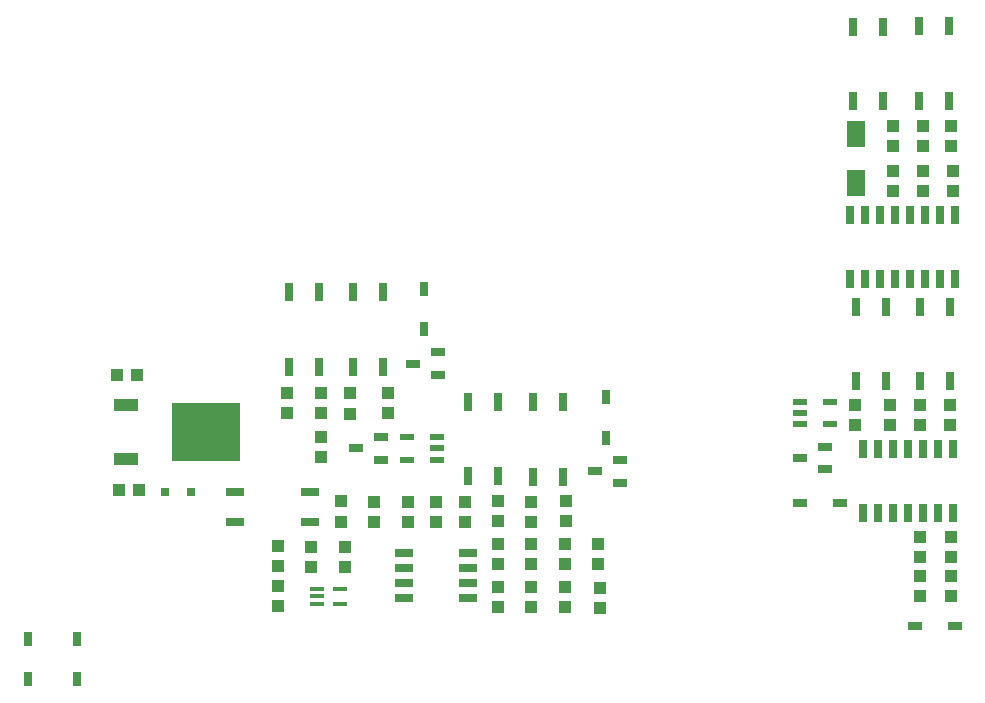
<source format=gbr>
G04 EAGLE Gerber RS-274X export*
G75*
%MOMM*%
%FSLAX34Y34*%
%LPD*%
%INSolderpaste Top*%
%IPPOS*%
%AMOC8*
5,1,8,0,0,1.08239X$1,22.5*%
G01*
%ADD10R,1.000000X1.100000*%
%ADD11R,1.100000X1.000000*%
%ADD12R,2.100000X1.000000*%
%ADD13R,5.850000X4.900000*%
%ADD14R,0.750000X1.200000*%
%ADD15R,1.200000X0.750000*%
%ADD16R,0.800000X0.800000*%
%ADD17R,1.550000X2.200000*%
%ADD18R,0.650000X1.650000*%
%ADD19R,1.200000X0.600000*%
%ADD20R,0.650000X1.525000*%
%ADD21R,1.650000X0.650000*%
%ADD22R,1.525000X0.650000*%
%ADD23R,1.200000X0.400000*%
%ADD24R,1.200000X0.650000*%


D10*
X756975Y138585D03*
X756975Y121585D03*
X698180Y138995D03*
X698180Y121995D03*
X1027430Y131415D03*
X1027430Y148415D03*
D11*
X349185Y220875D03*
X366185Y220875D03*
X348075Y318830D03*
X365075Y318830D03*
D10*
X483870Y173600D03*
X483870Y156600D03*
X1004570Y474100D03*
X1004570Y491100D03*
X1054100Y164220D03*
X1054100Y181220D03*
X1054075Y131385D03*
X1054075Y148385D03*
D12*
X355290Y293055D03*
X355290Y247455D03*
D13*
X423290Y270255D03*
D14*
X608075Y357340D03*
X608075Y391340D03*
D15*
X1057080Y106165D03*
X1023080Y106165D03*
D14*
X761490Y299545D03*
X761490Y265545D03*
X272390Y61095D03*
X272390Y95095D03*
D16*
X410835Y219710D03*
X388835Y219710D03*
D17*
X973625Y481250D03*
X973625Y522250D03*
D14*
X314290Y95065D03*
X314290Y61065D03*
D15*
X959995Y210110D03*
X925995Y210110D03*
D18*
X518620Y388765D03*
X493220Y388765D03*
X493220Y325765D03*
X518620Y325765D03*
D19*
X926245Y295985D03*
X926245Y286485D03*
X926245Y276985D03*
X951245Y276985D03*
X951245Y295985D03*
D20*
X968650Y399875D03*
X981350Y399875D03*
X994050Y399875D03*
X1006750Y399875D03*
X1019450Y399875D03*
X1032150Y399875D03*
X1044850Y399875D03*
X1057550Y399875D03*
X1057550Y454115D03*
X1044850Y454115D03*
X1032150Y454115D03*
X1019450Y454115D03*
X1006750Y454115D03*
X994050Y454115D03*
X981350Y454115D03*
X968650Y454115D03*
D18*
X573035Y388765D03*
X547635Y388765D03*
X547635Y325765D03*
X573035Y325765D03*
X670705Y295730D03*
X645305Y295730D03*
X645305Y232730D03*
X670705Y232730D03*
D21*
X447845Y219420D03*
X447845Y194020D03*
X510845Y194020D03*
X510845Y219420D03*
D20*
X1055945Y255995D03*
X1043245Y255995D03*
X1030545Y255995D03*
X1017845Y255995D03*
X1005145Y255995D03*
X992445Y255995D03*
X979745Y255995D03*
X979745Y201755D03*
X992445Y201755D03*
X1005145Y201755D03*
X1017845Y201755D03*
X1030545Y201755D03*
X1043245Y201755D03*
X1055945Y201755D03*
D18*
X725275Y295595D03*
X699875Y295595D03*
X699875Y232595D03*
X725275Y232595D03*
D22*
X591040Y168215D03*
X591040Y155515D03*
X591040Y142815D03*
X591040Y130115D03*
X645280Y130115D03*
X645280Y142815D03*
X645280Y155515D03*
X645280Y168215D03*
D23*
X517335Y137635D03*
X517335Y131135D03*
X517335Y124635D03*
X536335Y124635D03*
X536335Y137635D03*
D19*
X618660Y246965D03*
X618660Y256465D03*
X618660Y265965D03*
X593660Y265965D03*
X593660Y246965D03*
D18*
X1027545Y313310D03*
X1052945Y313310D03*
X1052945Y376310D03*
X1027545Y376310D03*
X1026645Y550740D03*
X1052045Y550740D03*
X1052045Y613740D03*
X1026645Y613740D03*
X970640Y550590D03*
X996040Y550590D03*
X996040Y613590D03*
X970640Y613590D03*
X998800Y376155D03*
X973400Y376155D03*
X973400Y313155D03*
X998800Y313155D03*
D24*
X619475Y318685D03*
X619475Y337885D03*
X598475Y328285D03*
X773860Y227340D03*
X773860Y246540D03*
X752860Y236940D03*
X571085Y246795D03*
X571085Y265995D03*
X550085Y256395D03*
X947070Y238610D03*
X947070Y257810D03*
X926070Y248210D03*
D11*
X1027445Y164655D03*
X1027445Y181655D03*
X577010Y303550D03*
X577010Y286550D03*
X544835Y285930D03*
X544835Y302930D03*
X484530Y140110D03*
X484530Y123110D03*
X537605Y194520D03*
X537605Y211520D03*
X1052830Y292980D03*
X1052830Y275980D03*
X1054100Y529200D03*
X1054100Y512200D03*
X1004570Y529200D03*
X1004570Y512200D03*
X1027430Y275980D03*
X1027430Y292980D03*
X1002030Y292980D03*
X1002030Y275980D03*
X1055370Y491100D03*
X1055370Y474100D03*
X1029970Y529200D03*
X1029970Y512200D03*
X698015Y194035D03*
X698015Y211035D03*
X1029970Y474100D03*
X1029970Y491100D03*
X972820Y275980D03*
X972820Y292980D03*
X670615Y211870D03*
X670615Y194870D03*
X642455Y211460D03*
X642455Y194460D03*
X727310Y122230D03*
X727310Y139230D03*
X698740Y158150D03*
X698740Y175150D03*
X670095Y158495D03*
X670095Y175495D03*
X670315Y121790D03*
X670315Y138790D03*
X618115Y193775D03*
X618115Y210775D03*
X520495Y303215D03*
X520495Y286215D03*
X593790Y194165D03*
X593790Y211165D03*
X565290Y193900D03*
X565290Y210900D03*
X520915Y266495D03*
X520915Y249495D03*
X728145Y211645D03*
X728145Y194645D03*
X755445Y158280D03*
X755445Y175280D03*
X512170Y156385D03*
X512170Y173385D03*
X727465Y158320D03*
X727465Y175320D03*
X491790Y303460D03*
X491790Y286460D03*
X540575Y155895D03*
X540575Y172895D03*
M02*

</source>
